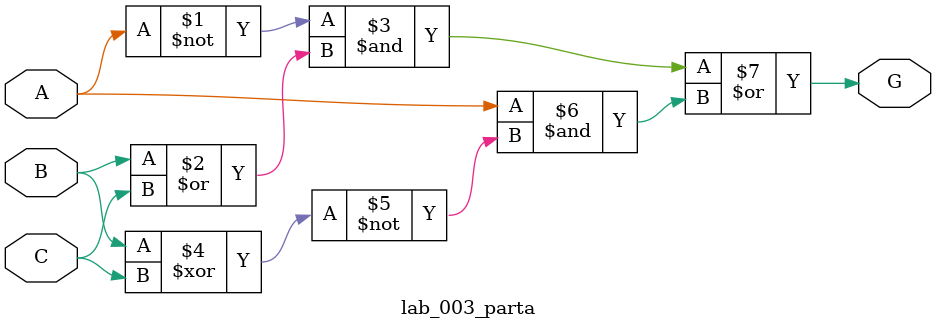
<source format=v>
module lab_003_parta (
  input A, B, C,
  output G
);
assign G = ~A&(B|C) | A&~(B^C);
endmodule

</source>
